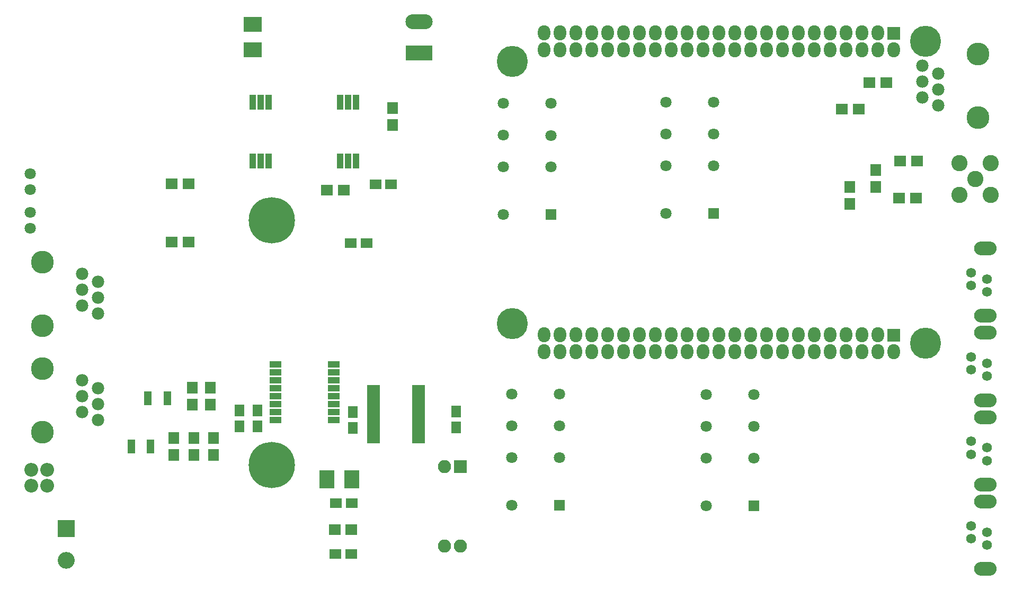
<source format=gbr>
G04 #@! TF.FileFunction,Soldermask,Top*
%FSLAX46Y46*%
G04 Gerber Fmt 4.6, Leading zero omitted, Abs format (unit mm)*
G04 Created by KiCad (PCBNEW 4.0.7-e2-6376~58~ubuntu16.04.1) date Wed Jul 25 09:35:37 2018*
%MOMM*%
%LPD*%
G01*
G04 APERTURE LIST*
%ADD10C,0.100000*%
%ADD11C,2.600000*%
%ADD12R,2.000000X2.000000*%
%ADD13O,2.000000X2.400000*%
%ADD14C,1.560000*%
%ADD15O,3.600000X2.200000*%
%ADD16R,2.700000X2.700000*%
%ADD17O,2.700000X2.700000*%
%ADD18C,7.400000*%
%ADD19C,4.972000*%
%ADD20R,2.100000X2.100000*%
%ADD21O,2.100000X2.100000*%
%ADD22C,3.650000*%
%ADD23C,1.990000*%
%ADD24R,1.900000X1.700000*%
%ADD25R,1.800000X1.800000*%
%ADD26C,1.800000*%
%ADD27R,4.360000X2.380000*%
%ADD28O,4.360000X2.380000*%
%ADD29R,1.700000X1.900000*%
%ADD30R,1.150000X0.650000*%
%ADD31R,1.000000X2.400000*%
%ADD32R,1.900000X1.000000*%
%ADD33R,2.150000X0.850000*%
%ADD34R,1.900000X1.650000*%
%ADD35R,2.900000X2.400000*%
%ADD36R,1.650000X1.900000*%
%ADD37R,2.400000X2.900000*%
%ADD38O,2.200000X2.200000*%
G04 APERTURE END LIST*
D10*
D11*
X269474800Y-66175500D03*
X264474800Y-66175500D03*
X264474800Y-71175500D03*
X269474800Y-71175500D03*
X266974800Y-68675500D03*
D12*
X253982080Y-45403400D03*
D13*
X253982080Y-48043400D03*
X251442080Y-45303400D03*
X251442080Y-48043400D03*
X248902080Y-45303400D03*
X248902080Y-48043400D03*
X246362080Y-45303400D03*
X246362080Y-48043400D03*
X243822080Y-45303400D03*
X243822080Y-48043400D03*
X241282080Y-45303400D03*
X241282080Y-48043400D03*
X238742080Y-45303400D03*
X238742080Y-48043400D03*
X236202080Y-45303400D03*
X236202080Y-48043400D03*
X233662080Y-45303400D03*
X233662080Y-48043400D03*
X231122080Y-45303400D03*
X231122080Y-48043400D03*
X228582080Y-45303400D03*
X228582080Y-48043400D03*
X226042080Y-45303400D03*
X226042080Y-48043400D03*
X223502080Y-45303400D03*
X223502080Y-48043400D03*
X220962080Y-45303400D03*
X220962080Y-48043400D03*
X218422080Y-45303400D03*
X218422080Y-48043400D03*
X215882080Y-45303400D03*
X215882080Y-48043400D03*
X213342080Y-45303400D03*
X213342080Y-48043400D03*
X210802080Y-45303400D03*
X210802080Y-48043400D03*
X208262080Y-45303400D03*
X208262080Y-48043400D03*
X205722080Y-45303400D03*
X205722080Y-48043400D03*
X203182080Y-45303400D03*
X203182080Y-48043400D03*
X200642080Y-45303400D03*
X200642080Y-48043400D03*
X198102080Y-45303400D03*
X198102080Y-48043400D03*
D12*
X253982080Y-93663400D03*
D13*
X253982080Y-96303400D03*
X251442080Y-93563400D03*
X251442080Y-96303400D03*
X248902080Y-93563400D03*
X248902080Y-96303400D03*
X246362080Y-93563400D03*
X246362080Y-96303400D03*
X243822080Y-93563400D03*
X243822080Y-96303400D03*
X241282080Y-93563400D03*
X241282080Y-96303400D03*
X238742080Y-93563400D03*
X238742080Y-96303400D03*
X236202080Y-93563400D03*
X236202080Y-96303400D03*
X233662080Y-93563400D03*
X233662080Y-96303400D03*
X231122080Y-93563400D03*
X231122080Y-96303400D03*
X228582080Y-93563400D03*
X228582080Y-96303400D03*
X226042080Y-93563400D03*
X226042080Y-96303400D03*
X223502080Y-93563400D03*
X223502080Y-96303400D03*
X220962080Y-93563400D03*
X220962080Y-96303400D03*
X218422080Y-93563400D03*
X218422080Y-96303400D03*
X215882080Y-93563400D03*
X215882080Y-96303400D03*
X213342080Y-93563400D03*
X213342080Y-96303400D03*
X210802080Y-93563400D03*
X210802080Y-96303400D03*
X208262080Y-93563400D03*
X208262080Y-96303400D03*
X205722080Y-93563400D03*
X205722080Y-96303400D03*
X203182080Y-93563400D03*
X203182080Y-96303400D03*
X200642080Y-93563400D03*
X200642080Y-96303400D03*
X198102080Y-93563400D03*
X198102080Y-96303400D03*
D14*
X266311480Y-85660000D03*
X266311480Y-83620000D03*
X268861480Y-84640000D03*
X268861480Y-86680000D03*
D15*
X268661480Y-90530000D03*
X268661480Y-79770000D03*
D14*
X266311480Y-99160000D03*
X266311480Y-97120000D03*
X268861480Y-98140000D03*
X268861480Y-100180000D03*
D15*
X268661480Y-104030000D03*
X268661480Y-93270000D03*
D14*
X266311480Y-112660000D03*
X266311480Y-110620000D03*
X268861480Y-111640000D03*
X268861480Y-113680000D03*
D15*
X268661480Y-117530000D03*
X268661480Y-106770000D03*
D14*
X266311480Y-126160000D03*
X266311480Y-124120000D03*
X268861480Y-125140000D03*
X268861480Y-127180000D03*
D15*
X268661480Y-131030000D03*
X268661480Y-120270000D03*
D16*
X121760000Y-124560000D03*
D17*
X121760000Y-129640000D03*
D18*
X154590000Y-114400000D03*
X154590000Y-75300000D03*
D19*
X193022080Y-49848400D03*
X259062080Y-46673400D03*
X259062080Y-94933400D03*
X193022080Y-91758400D03*
D20*
X184740000Y-114670000D03*
D21*
X182200000Y-114670000D03*
X184740000Y-127370000D03*
X182200000Y-127370000D03*
D22*
X117922500Y-109132500D03*
D23*
X126812500Y-107222500D03*
X124272500Y-105952500D03*
X126812500Y-104682500D03*
X124272500Y-103412500D03*
X126812500Y-102142500D03*
X124272500Y-100872500D03*
D22*
X117922500Y-98972500D03*
D24*
X141250000Y-69420000D03*
X138550000Y-69420000D03*
D25*
X199224820Y-74383060D03*
D26*
X191604820Y-74383060D03*
X199224820Y-61693060D03*
X199224820Y-56603060D03*
X199224820Y-66763060D03*
X191594820Y-61673060D03*
X191594820Y-56593060D03*
X191604820Y-66763060D03*
D27*
X178140200Y-48489500D03*
D28*
X178140200Y-43489500D03*
D25*
X200558240Y-120829500D03*
D26*
X192938240Y-120829500D03*
X200558240Y-108139500D03*
X200558240Y-103049500D03*
X200558240Y-113209500D03*
X192928240Y-108119500D03*
X192928240Y-103039500D03*
X192938240Y-113209500D03*
D25*
X231645340Y-120941260D03*
D26*
X224025340Y-120941260D03*
X231645340Y-108251260D03*
X231645340Y-103161260D03*
X231645340Y-113321260D03*
X224015340Y-108231260D03*
X224015340Y-103151260D03*
X224025340Y-113321260D03*
D25*
X225181000Y-74207000D03*
D26*
X217561000Y-74207000D03*
X225181000Y-61517000D03*
X225181000Y-56427000D03*
X225181000Y-66587000D03*
X217551000Y-61497000D03*
X217551000Y-56417000D03*
X217561000Y-66587000D03*
D22*
X267451480Y-48679240D03*
D23*
X258561480Y-50589240D03*
X261101480Y-51859240D03*
X258561480Y-53129240D03*
X261101480Y-54399240D03*
X258561480Y-55669240D03*
X261101480Y-56939240D03*
D22*
X267451480Y-58839240D03*
D29*
X251110000Y-67230000D03*
X251110000Y-69930000D03*
X246930000Y-69980000D03*
X246930000Y-72680000D03*
D24*
X250075000Y-53300000D03*
X252775000Y-53300000D03*
X245675000Y-57475000D03*
X248375000Y-57475000D03*
D30*
X135202500Y-110672500D03*
X135202500Y-111172500D03*
X135202500Y-111672500D03*
X135202500Y-112172500D03*
X132102500Y-110672500D03*
X132102500Y-111172500D03*
X132102500Y-112172500D03*
X132102500Y-111672500D03*
X137902500Y-102952500D03*
X137902500Y-103452500D03*
X137902500Y-103952500D03*
X137902500Y-104452500D03*
X134802500Y-102952500D03*
X134802500Y-103452500D03*
X134802500Y-104452500D03*
X134802500Y-103952500D03*
D31*
X151515000Y-65790000D03*
X152785000Y-65790000D03*
X154055000Y-65790000D03*
X165485000Y-65790000D03*
X166755000Y-65790000D03*
X168025000Y-65790000D03*
X168025000Y-56390000D03*
X166755000Y-56390000D03*
X165485000Y-56390000D03*
X154055000Y-56390000D03*
X152785000Y-56390000D03*
X151515000Y-56390000D03*
D32*
X164502500Y-107207500D03*
X164502500Y-105937500D03*
X164502500Y-104667500D03*
X164502500Y-103397500D03*
X164502500Y-102127500D03*
X164502500Y-100857500D03*
X164502500Y-99587500D03*
X164502500Y-98317500D03*
X155202500Y-98317500D03*
X155202500Y-99587500D03*
X155202500Y-100857500D03*
X155202500Y-102127500D03*
X155202500Y-103397500D03*
X155202500Y-104667500D03*
X155202500Y-105937500D03*
X155202500Y-107207500D03*
D33*
X170852500Y-102037500D03*
X170852500Y-102687500D03*
X170852500Y-103337500D03*
X170852500Y-103987500D03*
X170852500Y-104637500D03*
X170852500Y-105287500D03*
X170852500Y-105937500D03*
X170852500Y-106587500D03*
X170852500Y-107237500D03*
X170852500Y-107887500D03*
X170852500Y-108537500D03*
X170852500Y-109187500D03*
X170852500Y-109837500D03*
X170852500Y-110487500D03*
X178052500Y-110487500D03*
X178052500Y-109837500D03*
X178052500Y-109187500D03*
X178052500Y-108537500D03*
X178052500Y-107887500D03*
X178052500Y-107237500D03*
X178052500Y-106587500D03*
X178052500Y-105937500D03*
X178052500Y-105287500D03*
X178052500Y-104637500D03*
X178052500Y-103987500D03*
X178052500Y-103337500D03*
X178052500Y-102687500D03*
X178052500Y-102037500D03*
D29*
X173890000Y-60020000D03*
X173890000Y-57320000D03*
D24*
X166120000Y-70450000D03*
X163420000Y-70450000D03*
X141270000Y-78730000D03*
X138570000Y-78730000D03*
X167310000Y-124750000D03*
X164610000Y-124750000D03*
D34*
X173630000Y-69520000D03*
X171130000Y-69520000D03*
X167220000Y-78940000D03*
X169720000Y-78940000D03*
D35*
X151520000Y-47990000D03*
X151520000Y-43990000D03*
D36*
X149452500Y-108212500D03*
X149452500Y-105712500D03*
X152252500Y-108212500D03*
X152252500Y-105712500D03*
X184000000Y-108360000D03*
X184000000Y-105860000D03*
X167502500Y-108462500D03*
X167502500Y-105962500D03*
D34*
X167260000Y-128600000D03*
X164760000Y-128600000D03*
X167320000Y-120490000D03*
X164820000Y-120490000D03*
D37*
X167350000Y-116660000D03*
X163350000Y-116660000D03*
D22*
X117922500Y-92132500D03*
D23*
X126812500Y-90222500D03*
X124272500Y-88952500D03*
X126812500Y-87682500D03*
X124272500Y-86412500D03*
X126812500Y-85142500D03*
X124272500Y-83872500D03*
D22*
X117922500Y-81972500D03*
D26*
X115936240Y-67870000D03*
X115936240Y-70410000D03*
X115936240Y-73970000D03*
X115936240Y-76510000D03*
D38*
X116166240Y-115132500D03*
X116166240Y-117672500D03*
X118706240Y-115132500D03*
X118706240Y-117672500D03*
D29*
X145252500Y-112772500D03*
X145252500Y-110072500D03*
X144752500Y-104752500D03*
X144752500Y-102052500D03*
X142152500Y-110072500D03*
X142152500Y-112772500D03*
X141852500Y-102052500D03*
X141852500Y-104752500D03*
X138952500Y-110072500D03*
X138952500Y-112772500D03*
D24*
X257560000Y-71720000D03*
X254860000Y-71720000D03*
X257690000Y-65800000D03*
X254990000Y-65800000D03*
M02*

</source>
